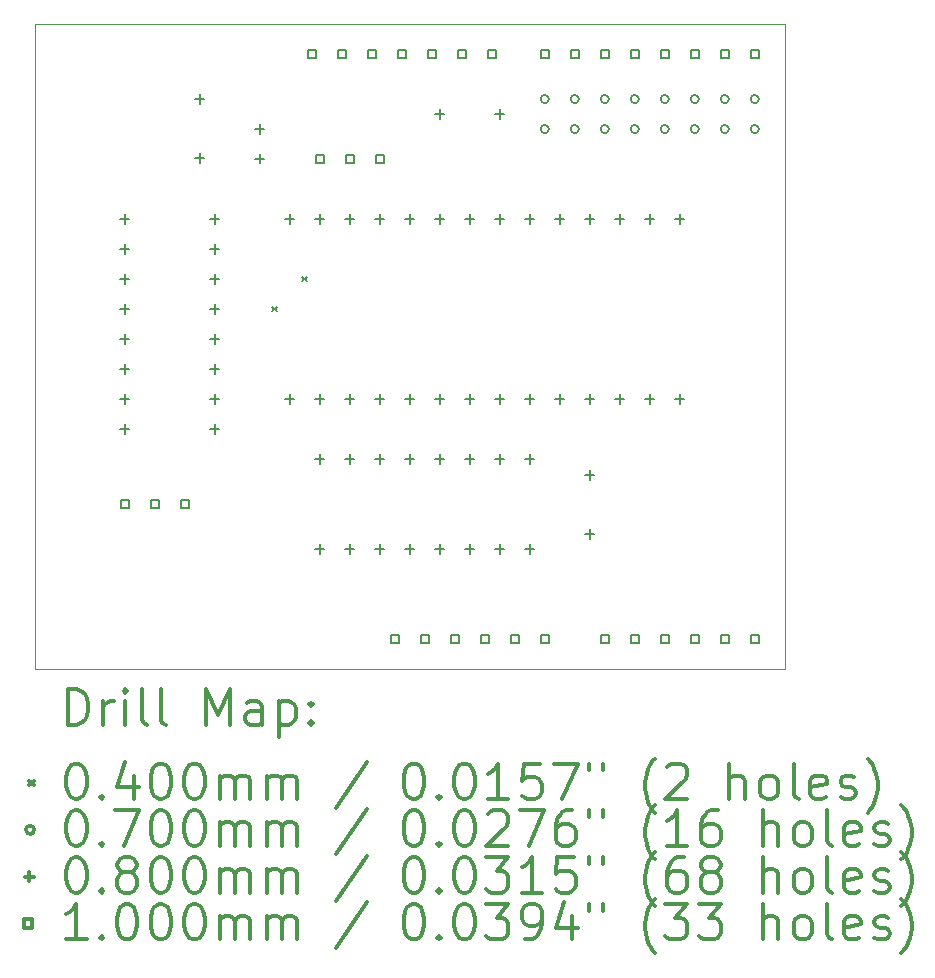
<source format=gbr>
%FSLAX45Y45*%
G04 Gerber Fmt 4.5, Leading zero omitted, Abs format (unit mm)*
G04 Created by KiCad (PCBNEW (5.1.12)-1) date 2022-05-08 19:16:57*
%MOMM*%
%LPD*%
G01*
G04 APERTURE LIST*
%TA.AperFunction,Profile*%
%ADD10C,0.100000*%
%TD*%
%ADD11C,0.200000*%
%ADD12C,0.300000*%
G04 APERTURE END LIST*
D10*
X14986000Y-6858000D02*
X14986000Y-12319000D01*
X8636000Y-6858000D02*
X14986000Y-6858000D01*
X8636000Y-12319000D02*
X8636000Y-6858000D01*
X14986000Y-12319000D02*
X8636000Y-12319000D01*
D11*
X10648000Y-9251000D02*
X10688000Y-9291000D01*
X10688000Y-9251000D02*
X10648000Y-9291000D01*
X10902000Y-8997000D02*
X10942000Y-9037000D01*
X10942000Y-8997000D02*
X10902000Y-9037000D01*
X12989000Y-7493000D02*
G75*
G03*
X12989000Y-7493000I-35000J0D01*
G01*
X12989000Y-7747000D02*
G75*
G03*
X12989000Y-7747000I-35000J0D01*
G01*
X13243000Y-7493000D02*
G75*
G03*
X13243000Y-7493000I-35000J0D01*
G01*
X13243000Y-7747000D02*
G75*
G03*
X13243000Y-7747000I-35000J0D01*
G01*
X13497000Y-7493000D02*
G75*
G03*
X13497000Y-7493000I-35000J0D01*
G01*
X13497000Y-7747000D02*
G75*
G03*
X13497000Y-7747000I-35000J0D01*
G01*
X13751000Y-7493000D02*
G75*
G03*
X13751000Y-7493000I-35000J0D01*
G01*
X13751000Y-7747000D02*
G75*
G03*
X13751000Y-7747000I-35000J0D01*
G01*
X14005000Y-7493000D02*
G75*
G03*
X14005000Y-7493000I-35000J0D01*
G01*
X14005000Y-7747000D02*
G75*
G03*
X14005000Y-7747000I-35000J0D01*
G01*
X14259000Y-7493000D02*
G75*
G03*
X14259000Y-7493000I-35000J0D01*
G01*
X14259000Y-7747000D02*
G75*
G03*
X14259000Y-7747000I-35000J0D01*
G01*
X14513000Y-7493000D02*
G75*
G03*
X14513000Y-7493000I-35000J0D01*
G01*
X14513000Y-7747000D02*
G75*
G03*
X14513000Y-7747000I-35000J0D01*
G01*
X14767000Y-7493000D02*
G75*
G03*
X14767000Y-7493000I-35000J0D01*
G01*
X14767000Y-7747000D02*
G75*
G03*
X14767000Y-7747000I-35000J0D01*
G01*
X9398000Y-8469000D02*
X9398000Y-8549000D01*
X9358000Y-8509000D02*
X9438000Y-8509000D01*
X9398000Y-8723000D02*
X9398000Y-8803000D01*
X9358000Y-8763000D02*
X9438000Y-8763000D01*
X9398000Y-8977000D02*
X9398000Y-9057000D01*
X9358000Y-9017000D02*
X9438000Y-9017000D01*
X9398000Y-9231000D02*
X9398000Y-9311000D01*
X9358000Y-9271000D02*
X9438000Y-9271000D01*
X9398000Y-9485000D02*
X9398000Y-9565000D01*
X9358000Y-9525000D02*
X9438000Y-9525000D01*
X9398000Y-9739000D02*
X9398000Y-9819000D01*
X9358000Y-9779000D02*
X9438000Y-9779000D01*
X9398000Y-9993000D02*
X9398000Y-10073000D01*
X9358000Y-10033000D02*
X9438000Y-10033000D01*
X9398000Y-10247000D02*
X9398000Y-10327000D01*
X9358000Y-10287000D02*
X9438000Y-10287000D01*
X10033000Y-7453000D02*
X10033000Y-7533000D01*
X9993000Y-7493000D02*
X10073000Y-7493000D01*
X10033000Y-7953000D02*
X10033000Y-8033000D01*
X9993000Y-7993000D02*
X10073000Y-7993000D01*
X10160000Y-8469000D02*
X10160000Y-8549000D01*
X10120000Y-8509000D02*
X10200000Y-8509000D01*
X10160000Y-8723000D02*
X10160000Y-8803000D01*
X10120000Y-8763000D02*
X10200000Y-8763000D01*
X10160000Y-8977000D02*
X10160000Y-9057000D01*
X10120000Y-9017000D02*
X10200000Y-9017000D01*
X10160000Y-9231000D02*
X10160000Y-9311000D01*
X10120000Y-9271000D02*
X10200000Y-9271000D01*
X10160000Y-9485000D02*
X10160000Y-9565000D01*
X10120000Y-9525000D02*
X10200000Y-9525000D01*
X10160000Y-9739000D02*
X10160000Y-9819000D01*
X10120000Y-9779000D02*
X10200000Y-9779000D01*
X10160000Y-9993000D02*
X10160000Y-10073000D01*
X10120000Y-10033000D02*
X10200000Y-10033000D01*
X10160000Y-10247000D02*
X10160000Y-10327000D01*
X10120000Y-10287000D02*
X10200000Y-10287000D01*
X10541000Y-7707000D02*
X10541000Y-7787000D01*
X10501000Y-7747000D02*
X10581000Y-7747000D01*
X10541000Y-7957000D02*
X10541000Y-8037000D01*
X10501000Y-7997000D02*
X10581000Y-7997000D01*
X10795000Y-8469000D02*
X10795000Y-8549000D01*
X10755000Y-8509000D02*
X10835000Y-8509000D01*
X10795000Y-9993000D02*
X10795000Y-10073000D01*
X10755000Y-10033000D02*
X10835000Y-10033000D01*
X11049000Y-8469000D02*
X11049000Y-8549000D01*
X11009000Y-8509000D02*
X11089000Y-8509000D01*
X11049000Y-9993000D02*
X11049000Y-10073000D01*
X11009000Y-10033000D02*
X11089000Y-10033000D01*
X11049000Y-10501000D02*
X11049000Y-10581000D01*
X11009000Y-10541000D02*
X11089000Y-10541000D01*
X11049000Y-11263000D02*
X11049000Y-11343000D01*
X11009000Y-11303000D02*
X11089000Y-11303000D01*
X11303000Y-8469000D02*
X11303000Y-8549000D01*
X11263000Y-8509000D02*
X11343000Y-8509000D01*
X11303000Y-9993000D02*
X11303000Y-10073000D01*
X11263000Y-10033000D02*
X11343000Y-10033000D01*
X11303000Y-10501000D02*
X11303000Y-10581000D01*
X11263000Y-10541000D02*
X11343000Y-10541000D01*
X11303000Y-11263000D02*
X11303000Y-11343000D01*
X11263000Y-11303000D02*
X11343000Y-11303000D01*
X11557000Y-8469000D02*
X11557000Y-8549000D01*
X11517000Y-8509000D02*
X11597000Y-8509000D01*
X11557000Y-9993000D02*
X11557000Y-10073000D01*
X11517000Y-10033000D02*
X11597000Y-10033000D01*
X11557000Y-10501000D02*
X11557000Y-10581000D01*
X11517000Y-10541000D02*
X11597000Y-10541000D01*
X11557000Y-11263000D02*
X11557000Y-11343000D01*
X11517000Y-11303000D02*
X11597000Y-11303000D01*
X11811000Y-8469000D02*
X11811000Y-8549000D01*
X11771000Y-8509000D02*
X11851000Y-8509000D01*
X11811000Y-9993000D02*
X11811000Y-10073000D01*
X11771000Y-10033000D02*
X11851000Y-10033000D01*
X11811000Y-10501000D02*
X11811000Y-10581000D01*
X11771000Y-10541000D02*
X11851000Y-10541000D01*
X11811000Y-11263000D02*
X11811000Y-11343000D01*
X11771000Y-11303000D02*
X11851000Y-11303000D01*
X12065000Y-7580000D02*
X12065000Y-7660000D01*
X12025000Y-7620000D02*
X12105000Y-7620000D01*
X12065000Y-8469000D02*
X12065000Y-8549000D01*
X12025000Y-8509000D02*
X12105000Y-8509000D01*
X12065000Y-9993000D02*
X12065000Y-10073000D01*
X12025000Y-10033000D02*
X12105000Y-10033000D01*
X12065000Y-10501000D02*
X12065000Y-10581000D01*
X12025000Y-10541000D02*
X12105000Y-10541000D01*
X12065000Y-11263000D02*
X12065000Y-11343000D01*
X12025000Y-11303000D02*
X12105000Y-11303000D01*
X12319000Y-8469000D02*
X12319000Y-8549000D01*
X12279000Y-8509000D02*
X12359000Y-8509000D01*
X12319000Y-9993000D02*
X12319000Y-10073000D01*
X12279000Y-10033000D02*
X12359000Y-10033000D01*
X12319000Y-10501000D02*
X12319000Y-10581000D01*
X12279000Y-10541000D02*
X12359000Y-10541000D01*
X12319000Y-11263000D02*
X12319000Y-11343000D01*
X12279000Y-11303000D02*
X12359000Y-11303000D01*
X12573000Y-7580000D02*
X12573000Y-7660000D01*
X12533000Y-7620000D02*
X12613000Y-7620000D01*
X12573000Y-8469000D02*
X12573000Y-8549000D01*
X12533000Y-8509000D02*
X12613000Y-8509000D01*
X12573000Y-9993000D02*
X12573000Y-10073000D01*
X12533000Y-10033000D02*
X12613000Y-10033000D01*
X12573000Y-10501000D02*
X12573000Y-10581000D01*
X12533000Y-10541000D02*
X12613000Y-10541000D01*
X12573000Y-11263000D02*
X12573000Y-11343000D01*
X12533000Y-11303000D02*
X12613000Y-11303000D01*
X12827000Y-8469000D02*
X12827000Y-8549000D01*
X12787000Y-8509000D02*
X12867000Y-8509000D01*
X12827000Y-9993000D02*
X12827000Y-10073000D01*
X12787000Y-10033000D02*
X12867000Y-10033000D01*
X12827000Y-10501000D02*
X12827000Y-10581000D01*
X12787000Y-10541000D02*
X12867000Y-10541000D01*
X12827000Y-11263000D02*
X12827000Y-11343000D01*
X12787000Y-11303000D02*
X12867000Y-11303000D01*
X13081000Y-8469000D02*
X13081000Y-8549000D01*
X13041000Y-8509000D02*
X13121000Y-8509000D01*
X13081000Y-9993000D02*
X13081000Y-10073000D01*
X13041000Y-10033000D02*
X13121000Y-10033000D01*
X13335000Y-8469000D02*
X13335000Y-8549000D01*
X13295000Y-8509000D02*
X13375000Y-8509000D01*
X13335000Y-9993000D02*
X13335000Y-10073000D01*
X13295000Y-10033000D02*
X13375000Y-10033000D01*
X13335000Y-10636000D02*
X13335000Y-10716000D01*
X13295000Y-10676000D02*
X13375000Y-10676000D01*
X13335000Y-11136000D02*
X13335000Y-11216000D01*
X13295000Y-11176000D02*
X13375000Y-11176000D01*
X13589000Y-8469000D02*
X13589000Y-8549000D01*
X13549000Y-8509000D02*
X13629000Y-8509000D01*
X13589000Y-9993000D02*
X13589000Y-10073000D01*
X13549000Y-10033000D02*
X13629000Y-10033000D01*
X13843000Y-8469000D02*
X13843000Y-8549000D01*
X13803000Y-8509000D02*
X13883000Y-8509000D01*
X13843000Y-9993000D02*
X13843000Y-10073000D01*
X13803000Y-10033000D02*
X13883000Y-10033000D01*
X14097000Y-8469000D02*
X14097000Y-8549000D01*
X14057000Y-8509000D02*
X14137000Y-8509000D01*
X14097000Y-9993000D02*
X14097000Y-10073000D01*
X14057000Y-10033000D02*
X14137000Y-10033000D01*
X9433356Y-10957356D02*
X9433356Y-10886644D01*
X9362644Y-10886644D01*
X9362644Y-10957356D01*
X9433356Y-10957356D01*
X9687356Y-10957356D02*
X9687356Y-10886644D01*
X9616644Y-10886644D01*
X9616644Y-10957356D01*
X9687356Y-10957356D01*
X9941356Y-10957356D02*
X9941356Y-10886644D01*
X9870644Y-10886644D01*
X9870644Y-10957356D01*
X9941356Y-10957356D01*
X11020856Y-7147356D02*
X11020856Y-7076644D01*
X10950144Y-7076644D01*
X10950144Y-7147356D01*
X11020856Y-7147356D01*
X11084356Y-8036356D02*
X11084356Y-7965644D01*
X11013644Y-7965644D01*
X11013644Y-8036356D01*
X11084356Y-8036356D01*
X11274856Y-7147356D02*
X11274856Y-7076644D01*
X11204144Y-7076644D01*
X11204144Y-7147356D01*
X11274856Y-7147356D01*
X11338356Y-8036356D02*
X11338356Y-7965644D01*
X11267644Y-7965644D01*
X11267644Y-8036356D01*
X11338356Y-8036356D01*
X11528856Y-7147356D02*
X11528856Y-7076644D01*
X11458144Y-7076644D01*
X11458144Y-7147356D01*
X11528856Y-7147356D01*
X11592356Y-8036356D02*
X11592356Y-7965644D01*
X11521644Y-7965644D01*
X11521644Y-8036356D01*
X11592356Y-8036356D01*
X11719356Y-12100356D02*
X11719356Y-12029644D01*
X11648644Y-12029644D01*
X11648644Y-12100356D01*
X11719356Y-12100356D01*
X11782856Y-7147356D02*
X11782856Y-7076644D01*
X11712144Y-7076644D01*
X11712144Y-7147356D01*
X11782856Y-7147356D01*
X11973356Y-12100356D02*
X11973356Y-12029644D01*
X11902644Y-12029644D01*
X11902644Y-12100356D01*
X11973356Y-12100356D01*
X12036856Y-7147356D02*
X12036856Y-7076644D01*
X11966144Y-7076644D01*
X11966144Y-7147356D01*
X12036856Y-7147356D01*
X12227356Y-12100356D02*
X12227356Y-12029644D01*
X12156644Y-12029644D01*
X12156644Y-12100356D01*
X12227356Y-12100356D01*
X12290856Y-7147356D02*
X12290856Y-7076644D01*
X12220144Y-7076644D01*
X12220144Y-7147356D01*
X12290856Y-7147356D01*
X12481356Y-12100356D02*
X12481356Y-12029644D01*
X12410644Y-12029644D01*
X12410644Y-12100356D01*
X12481356Y-12100356D01*
X12544856Y-7147356D02*
X12544856Y-7076644D01*
X12474144Y-7076644D01*
X12474144Y-7147356D01*
X12544856Y-7147356D01*
X12735356Y-12100356D02*
X12735356Y-12029644D01*
X12664644Y-12029644D01*
X12664644Y-12100356D01*
X12735356Y-12100356D01*
X12989356Y-7147356D02*
X12989356Y-7076644D01*
X12918644Y-7076644D01*
X12918644Y-7147356D01*
X12989356Y-7147356D01*
X12989356Y-12100356D02*
X12989356Y-12029644D01*
X12918644Y-12029644D01*
X12918644Y-12100356D01*
X12989356Y-12100356D01*
X13243356Y-7147356D02*
X13243356Y-7076644D01*
X13172644Y-7076644D01*
X13172644Y-7147356D01*
X13243356Y-7147356D01*
X13497356Y-7147356D02*
X13497356Y-7076644D01*
X13426644Y-7076644D01*
X13426644Y-7147356D01*
X13497356Y-7147356D01*
X13497356Y-12100356D02*
X13497356Y-12029644D01*
X13426644Y-12029644D01*
X13426644Y-12100356D01*
X13497356Y-12100356D01*
X13751356Y-7147356D02*
X13751356Y-7076644D01*
X13680644Y-7076644D01*
X13680644Y-7147356D01*
X13751356Y-7147356D01*
X13751356Y-12100356D02*
X13751356Y-12029644D01*
X13680644Y-12029644D01*
X13680644Y-12100356D01*
X13751356Y-12100356D01*
X14005356Y-7147356D02*
X14005356Y-7076644D01*
X13934644Y-7076644D01*
X13934644Y-7147356D01*
X14005356Y-7147356D01*
X14005356Y-12100356D02*
X14005356Y-12029644D01*
X13934644Y-12029644D01*
X13934644Y-12100356D01*
X14005356Y-12100356D01*
X14259356Y-7147356D02*
X14259356Y-7076644D01*
X14188644Y-7076644D01*
X14188644Y-7147356D01*
X14259356Y-7147356D01*
X14259356Y-12100356D02*
X14259356Y-12029644D01*
X14188644Y-12029644D01*
X14188644Y-12100356D01*
X14259356Y-12100356D01*
X14513356Y-7147356D02*
X14513356Y-7076644D01*
X14442644Y-7076644D01*
X14442644Y-7147356D01*
X14513356Y-7147356D01*
X14513356Y-12100356D02*
X14513356Y-12029644D01*
X14442644Y-12029644D01*
X14442644Y-12100356D01*
X14513356Y-12100356D01*
X14767356Y-7147356D02*
X14767356Y-7076644D01*
X14696644Y-7076644D01*
X14696644Y-7147356D01*
X14767356Y-7147356D01*
X14767356Y-12100356D02*
X14767356Y-12029644D01*
X14696644Y-12029644D01*
X14696644Y-12100356D01*
X14767356Y-12100356D01*
D12*
X8917428Y-12789714D02*
X8917428Y-12489714D01*
X8988857Y-12489714D01*
X9031714Y-12504000D01*
X9060286Y-12532571D01*
X9074571Y-12561143D01*
X9088857Y-12618286D01*
X9088857Y-12661143D01*
X9074571Y-12718286D01*
X9060286Y-12746857D01*
X9031714Y-12775429D01*
X8988857Y-12789714D01*
X8917428Y-12789714D01*
X9217428Y-12789714D02*
X9217428Y-12589714D01*
X9217428Y-12646857D02*
X9231714Y-12618286D01*
X9246000Y-12604000D01*
X9274571Y-12589714D01*
X9303143Y-12589714D01*
X9403143Y-12789714D02*
X9403143Y-12589714D01*
X9403143Y-12489714D02*
X9388857Y-12504000D01*
X9403143Y-12518286D01*
X9417428Y-12504000D01*
X9403143Y-12489714D01*
X9403143Y-12518286D01*
X9588857Y-12789714D02*
X9560286Y-12775429D01*
X9546000Y-12746857D01*
X9546000Y-12489714D01*
X9746000Y-12789714D02*
X9717428Y-12775429D01*
X9703143Y-12746857D01*
X9703143Y-12489714D01*
X10088857Y-12789714D02*
X10088857Y-12489714D01*
X10188857Y-12704000D01*
X10288857Y-12489714D01*
X10288857Y-12789714D01*
X10560286Y-12789714D02*
X10560286Y-12632571D01*
X10546000Y-12604000D01*
X10517428Y-12589714D01*
X10460286Y-12589714D01*
X10431714Y-12604000D01*
X10560286Y-12775429D02*
X10531714Y-12789714D01*
X10460286Y-12789714D01*
X10431714Y-12775429D01*
X10417428Y-12746857D01*
X10417428Y-12718286D01*
X10431714Y-12689714D01*
X10460286Y-12675429D01*
X10531714Y-12675429D01*
X10560286Y-12661143D01*
X10703143Y-12589714D02*
X10703143Y-12889714D01*
X10703143Y-12604000D02*
X10731714Y-12589714D01*
X10788857Y-12589714D01*
X10817428Y-12604000D01*
X10831714Y-12618286D01*
X10846000Y-12646857D01*
X10846000Y-12732571D01*
X10831714Y-12761143D01*
X10817428Y-12775429D01*
X10788857Y-12789714D01*
X10731714Y-12789714D01*
X10703143Y-12775429D01*
X10974571Y-12761143D02*
X10988857Y-12775429D01*
X10974571Y-12789714D01*
X10960286Y-12775429D01*
X10974571Y-12761143D01*
X10974571Y-12789714D01*
X10974571Y-12604000D02*
X10988857Y-12618286D01*
X10974571Y-12632571D01*
X10960286Y-12618286D01*
X10974571Y-12604000D01*
X10974571Y-12632571D01*
X8591000Y-13264000D02*
X8631000Y-13304000D01*
X8631000Y-13264000D02*
X8591000Y-13304000D01*
X8974571Y-13119714D02*
X9003143Y-13119714D01*
X9031714Y-13134000D01*
X9046000Y-13148286D01*
X9060286Y-13176857D01*
X9074571Y-13234000D01*
X9074571Y-13305429D01*
X9060286Y-13362571D01*
X9046000Y-13391143D01*
X9031714Y-13405429D01*
X9003143Y-13419714D01*
X8974571Y-13419714D01*
X8946000Y-13405429D01*
X8931714Y-13391143D01*
X8917428Y-13362571D01*
X8903143Y-13305429D01*
X8903143Y-13234000D01*
X8917428Y-13176857D01*
X8931714Y-13148286D01*
X8946000Y-13134000D01*
X8974571Y-13119714D01*
X9203143Y-13391143D02*
X9217428Y-13405429D01*
X9203143Y-13419714D01*
X9188857Y-13405429D01*
X9203143Y-13391143D01*
X9203143Y-13419714D01*
X9474571Y-13219714D02*
X9474571Y-13419714D01*
X9403143Y-13105429D02*
X9331714Y-13319714D01*
X9517428Y-13319714D01*
X9688857Y-13119714D02*
X9717428Y-13119714D01*
X9746000Y-13134000D01*
X9760286Y-13148286D01*
X9774571Y-13176857D01*
X9788857Y-13234000D01*
X9788857Y-13305429D01*
X9774571Y-13362571D01*
X9760286Y-13391143D01*
X9746000Y-13405429D01*
X9717428Y-13419714D01*
X9688857Y-13419714D01*
X9660286Y-13405429D01*
X9646000Y-13391143D01*
X9631714Y-13362571D01*
X9617428Y-13305429D01*
X9617428Y-13234000D01*
X9631714Y-13176857D01*
X9646000Y-13148286D01*
X9660286Y-13134000D01*
X9688857Y-13119714D01*
X9974571Y-13119714D02*
X10003143Y-13119714D01*
X10031714Y-13134000D01*
X10046000Y-13148286D01*
X10060286Y-13176857D01*
X10074571Y-13234000D01*
X10074571Y-13305429D01*
X10060286Y-13362571D01*
X10046000Y-13391143D01*
X10031714Y-13405429D01*
X10003143Y-13419714D01*
X9974571Y-13419714D01*
X9946000Y-13405429D01*
X9931714Y-13391143D01*
X9917428Y-13362571D01*
X9903143Y-13305429D01*
X9903143Y-13234000D01*
X9917428Y-13176857D01*
X9931714Y-13148286D01*
X9946000Y-13134000D01*
X9974571Y-13119714D01*
X10203143Y-13419714D02*
X10203143Y-13219714D01*
X10203143Y-13248286D02*
X10217428Y-13234000D01*
X10246000Y-13219714D01*
X10288857Y-13219714D01*
X10317428Y-13234000D01*
X10331714Y-13262571D01*
X10331714Y-13419714D01*
X10331714Y-13262571D02*
X10346000Y-13234000D01*
X10374571Y-13219714D01*
X10417428Y-13219714D01*
X10446000Y-13234000D01*
X10460286Y-13262571D01*
X10460286Y-13419714D01*
X10603143Y-13419714D02*
X10603143Y-13219714D01*
X10603143Y-13248286D02*
X10617428Y-13234000D01*
X10646000Y-13219714D01*
X10688857Y-13219714D01*
X10717428Y-13234000D01*
X10731714Y-13262571D01*
X10731714Y-13419714D01*
X10731714Y-13262571D02*
X10746000Y-13234000D01*
X10774571Y-13219714D01*
X10817428Y-13219714D01*
X10846000Y-13234000D01*
X10860286Y-13262571D01*
X10860286Y-13419714D01*
X11446000Y-13105429D02*
X11188857Y-13491143D01*
X11831714Y-13119714D02*
X11860286Y-13119714D01*
X11888857Y-13134000D01*
X11903143Y-13148286D01*
X11917428Y-13176857D01*
X11931714Y-13234000D01*
X11931714Y-13305429D01*
X11917428Y-13362571D01*
X11903143Y-13391143D01*
X11888857Y-13405429D01*
X11860286Y-13419714D01*
X11831714Y-13419714D01*
X11803143Y-13405429D01*
X11788857Y-13391143D01*
X11774571Y-13362571D01*
X11760286Y-13305429D01*
X11760286Y-13234000D01*
X11774571Y-13176857D01*
X11788857Y-13148286D01*
X11803143Y-13134000D01*
X11831714Y-13119714D01*
X12060286Y-13391143D02*
X12074571Y-13405429D01*
X12060286Y-13419714D01*
X12046000Y-13405429D01*
X12060286Y-13391143D01*
X12060286Y-13419714D01*
X12260286Y-13119714D02*
X12288857Y-13119714D01*
X12317428Y-13134000D01*
X12331714Y-13148286D01*
X12346000Y-13176857D01*
X12360286Y-13234000D01*
X12360286Y-13305429D01*
X12346000Y-13362571D01*
X12331714Y-13391143D01*
X12317428Y-13405429D01*
X12288857Y-13419714D01*
X12260286Y-13419714D01*
X12231714Y-13405429D01*
X12217428Y-13391143D01*
X12203143Y-13362571D01*
X12188857Y-13305429D01*
X12188857Y-13234000D01*
X12203143Y-13176857D01*
X12217428Y-13148286D01*
X12231714Y-13134000D01*
X12260286Y-13119714D01*
X12646000Y-13419714D02*
X12474571Y-13419714D01*
X12560286Y-13419714D02*
X12560286Y-13119714D01*
X12531714Y-13162571D01*
X12503143Y-13191143D01*
X12474571Y-13205429D01*
X12917428Y-13119714D02*
X12774571Y-13119714D01*
X12760286Y-13262571D01*
X12774571Y-13248286D01*
X12803143Y-13234000D01*
X12874571Y-13234000D01*
X12903143Y-13248286D01*
X12917428Y-13262571D01*
X12931714Y-13291143D01*
X12931714Y-13362571D01*
X12917428Y-13391143D01*
X12903143Y-13405429D01*
X12874571Y-13419714D01*
X12803143Y-13419714D01*
X12774571Y-13405429D01*
X12760286Y-13391143D01*
X13031714Y-13119714D02*
X13231714Y-13119714D01*
X13103143Y-13419714D01*
X13331714Y-13119714D02*
X13331714Y-13176857D01*
X13446000Y-13119714D02*
X13446000Y-13176857D01*
X13888857Y-13534000D02*
X13874571Y-13519714D01*
X13846000Y-13476857D01*
X13831714Y-13448286D01*
X13817428Y-13405429D01*
X13803143Y-13334000D01*
X13803143Y-13276857D01*
X13817428Y-13205429D01*
X13831714Y-13162571D01*
X13846000Y-13134000D01*
X13874571Y-13091143D01*
X13888857Y-13076857D01*
X13988857Y-13148286D02*
X14003143Y-13134000D01*
X14031714Y-13119714D01*
X14103143Y-13119714D01*
X14131714Y-13134000D01*
X14146000Y-13148286D01*
X14160286Y-13176857D01*
X14160286Y-13205429D01*
X14146000Y-13248286D01*
X13974571Y-13419714D01*
X14160286Y-13419714D01*
X14517428Y-13419714D02*
X14517428Y-13119714D01*
X14646000Y-13419714D02*
X14646000Y-13262571D01*
X14631714Y-13234000D01*
X14603143Y-13219714D01*
X14560286Y-13219714D01*
X14531714Y-13234000D01*
X14517428Y-13248286D01*
X14831714Y-13419714D02*
X14803143Y-13405429D01*
X14788857Y-13391143D01*
X14774571Y-13362571D01*
X14774571Y-13276857D01*
X14788857Y-13248286D01*
X14803143Y-13234000D01*
X14831714Y-13219714D01*
X14874571Y-13219714D01*
X14903143Y-13234000D01*
X14917428Y-13248286D01*
X14931714Y-13276857D01*
X14931714Y-13362571D01*
X14917428Y-13391143D01*
X14903143Y-13405429D01*
X14874571Y-13419714D01*
X14831714Y-13419714D01*
X15103143Y-13419714D02*
X15074571Y-13405429D01*
X15060286Y-13376857D01*
X15060286Y-13119714D01*
X15331714Y-13405429D02*
X15303143Y-13419714D01*
X15246000Y-13419714D01*
X15217428Y-13405429D01*
X15203143Y-13376857D01*
X15203143Y-13262571D01*
X15217428Y-13234000D01*
X15246000Y-13219714D01*
X15303143Y-13219714D01*
X15331714Y-13234000D01*
X15346000Y-13262571D01*
X15346000Y-13291143D01*
X15203143Y-13319714D01*
X15460286Y-13405429D02*
X15488857Y-13419714D01*
X15546000Y-13419714D01*
X15574571Y-13405429D01*
X15588857Y-13376857D01*
X15588857Y-13362571D01*
X15574571Y-13334000D01*
X15546000Y-13319714D01*
X15503143Y-13319714D01*
X15474571Y-13305429D01*
X15460286Y-13276857D01*
X15460286Y-13262571D01*
X15474571Y-13234000D01*
X15503143Y-13219714D01*
X15546000Y-13219714D01*
X15574571Y-13234000D01*
X15688857Y-13534000D02*
X15703143Y-13519714D01*
X15731714Y-13476857D01*
X15746000Y-13448286D01*
X15760286Y-13405429D01*
X15774571Y-13334000D01*
X15774571Y-13276857D01*
X15760286Y-13205429D01*
X15746000Y-13162571D01*
X15731714Y-13134000D01*
X15703143Y-13091143D01*
X15688857Y-13076857D01*
X8631000Y-13680000D02*
G75*
G03*
X8631000Y-13680000I-35000J0D01*
G01*
X8974571Y-13515714D02*
X9003143Y-13515714D01*
X9031714Y-13530000D01*
X9046000Y-13544286D01*
X9060286Y-13572857D01*
X9074571Y-13630000D01*
X9074571Y-13701429D01*
X9060286Y-13758571D01*
X9046000Y-13787143D01*
X9031714Y-13801429D01*
X9003143Y-13815714D01*
X8974571Y-13815714D01*
X8946000Y-13801429D01*
X8931714Y-13787143D01*
X8917428Y-13758571D01*
X8903143Y-13701429D01*
X8903143Y-13630000D01*
X8917428Y-13572857D01*
X8931714Y-13544286D01*
X8946000Y-13530000D01*
X8974571Y-13515714D01*
X9203143Y-13787143D02*
X9217428Y-13801429D01*
X9203143Y-13815714D01*
X9188857Y-13801429D01*
X9203143Y-13787143D01*
X9203143Y-13815714D01*
X9317428Y-13515714D02*
X9517428Y-13515714D01*
X9388857Y-13815714D01*
X9688857Y-13515714D02*
X9717428Y-13515714D01*
X9746000Y-13530000D01*
X9760286Y-13544286D01*
X9774571Y-13572857D01*
X9788857Y-13630000D01*
X9788857Y-13701429D01*
X9774571Y-13758571D01*
X9760286Y-13787143D01*
X9746000Y-13801429D01*
X9717428Y-13815714D01*
X9688857Y-13815714D01*
X9660286Y-13801429D01*
X9646000Y-13787143D01*
X9631714Y-13758571D01*
X9617428Y-13701429D01*
X9617428Y-13630000D01*
X9631714Y-13572857D01*
X9646000Y-13544286D01*
X9660286Y-13530000D01*
X9688857Y-13515714D01*
X9974571Y-13515714D02*
X10003143Y-13515714D01*
X10031714Y-13530000D01*
X10046000Y-13544286D01*
X10060286Y-13572857D01*
X10074571Y-13630000D01*
X10074571Y-13701429D01*
X10060286Y-13758571D01*
X10046000Y-13787143D01*
X10031714Y-13801429D01*
X10003143Y-13815714D01*
X9974571Y-13815714D01*
X9946000Y-13801429D01*
X9931714Y-13787143D01*
X9917428Y-13758571D01*
X9903143Y-13701429D01*
X9903143Y-13630000D01*
X9917428Y-13572857D01*
X9931714Y-13544286D01*
X9946000Y-13530000D01*
X9974571Y-13515714D01*
X10203143Y-13815714D02*
X10203143Y-13615714D01*
X10203143Y-13644286D02*
X10217428Y-13630000D01*
X10246000Y-13615714D01*
X10288857Y-13615714D01*
X10317428Y-13630000D01*
X10331714Y-13658571D01*
X10331714Y-13815714D01*
X10331714Y-13658571D02*
X10346000Y-13630000D01*
X10374571Y-13615714D01*
X10417428Y-13615714D01*
X10446000Y-13630000D01*
X10460286Y-13658571D01*
X10460286Y-13815714D01*
X10603143Y-13815714D02*
X10603143Y-13615714D01*
X10603143Y-13644286D02*
X10617428Y-13630000D01*
X10646000Y-13615714D01*
X10688857Y-13615714D01*
X10717428Y-13630000D01*
X10731714Y-13658571D01*
X10731714Y-13815714D01*
X10731714Y-13658571D02*
X10746000Y-13630000D01*
X10774571Y-13615714D01*
X10817428Y-13615714D01*
X10846000Y-13630000D01*
X10860286Y-13658571D01*
X10860286Y-13815714D01*
X11446000Y-13501429D02*
X11188857Y-13887143D01*
X11831714Y-13515714D02*
X11860286Y-13515714D01*
X11888857Y-13530000D01*
X11903143Y-13544286D01*
X11917428Y-13572857D01*
X11931714Y-13630000D01*
X11931714Y-13701429D01*
X11917428Y-13758571D01*
X11903143Y-13787143D01*
X11888857Y-13801429D01*
X11860286Y-13815714D01*
X11831714Y-13815714D01*
X11803143Y-13801429D01*
X11788857Y-13787143D01*
X11774571Y-13758571D01*
X11760286Y-13701429D01*
X11760286Y-13630000D01*
X11774571Y-13572857D01*
X11788857Y-13544286D01*
X11803143Y-13530000D01*
X11831714Y-13515714D01*
X12060286Y-13787143D02*
X12074571Y-13801429D01*
X12060286Y-13815714D01*
X12046000Y-13801429D01*
X12060286Y-13787143D01*
X12060286Y-13815714D01*
X12260286Y-13515714D02*
X12288857Y-13515714D01*
X12317428Y-13530000D01*
X12331714Y-13544286D01*
X12346000Y-13572857D01*
X12360286Y-13630000D01*
X12360286Y-13701429D01*
X12346000Y-13758571D01*
X12331714Y-13787143D01*
X12317428Y-13801429D01*
X12288857Y-13815714D01*
X12260286Y-13815714D01*
X12231714Y-13801429D01*
X12217428Y-13787143D01*
X12203143Y-13758571D01*
X12188857Y-13701429D01*
X12188857Y-13630000D01*
X12203143Y-13572857D01*
X12217428Y-13544286D01*
X12231714Y-13530000D01*
X12260286Y-13515714D01*
X12474571Y-13544286D02*
X12488857Y-13530000D01*
X12517428Y-13515714D01*
X12588857Y-13515714D01*
X12617428Y-13530000D01*
X12631714Y-13544286D01*
X12646000Y-13572857D01*
X12646000Y-13601429D01*
X12631714Y-13644286D01*
X12460286Y-13815714D01*
X12646000Y-13815714D01*
X12746000Y-13515714D02*
X12946000Y-13515714D01*
X12817428Y-13815714D01*
X13188857Y-13515714D02*
X13131714Y-13515714D01*
X13103143Y-13530000D01*
X13088857Y-13544286D01*
X13060286Y-13587143D01*
X13046000Y-13644286D01*
X13046000Y-13758571D01*
X13060286Y-13787143D01*
X13074571Y-13801429D01*
X13103143Y-13815714D01*
X13160286Y-13815714D01*
X13188857Y-13801429D01*
X13203143Y-13787143D01*
X13217428Y-13758571D01*
X13217428Y-13687143D01*
X13203143Y-13658571D01*
X13188857Y-13644286D01*
X13160286Y-13630000D01*
X13103143Y-13630000D01*
X13074571Y-13644286D01*
X13060286Y-13658571D01*
X13046000Y-13687143D01*
X13331714Y-13515714D02*
X13331714Y-13572857D01*
X13446000Y-13515714D02*
X13446000Y-13572857D01*
X13888857Y-13930000D02*
X13874571Y-13915714D01*
X13846000Y-13872857D01*
X13831714Y-13844286D01*
X13817428Y-13801429D01*
X13803143Y-13730000D01*
X13803143Y-13672857D01*
X13817428Y-13601429D01*
X13831714Y-13558571D01*
X13846000Y-13530000D01*
X13874571Y-13487143D01*
X13888857Y-13472857D01*
X14160286Y-13815714D02*
X13988857Y-13815714D01*
X14074571Y-13815714D02*
X14074571Y-13515714D01*
X14046000Y-13558571D01*
X14017428Y-13587143D01*
X13988857Y-13601429D01*
X14417428Y-13515714D02*
X14360286Y-13515714D01*
X14331714Y-13530000D01*
X14317428Y-13544286D01*
X14288857Y-13587143D01*
X14274571Y-13644286D01*
X14274571Y-13758571D01*
X14288857Y-13787143D01*
X14303143Y-13801429D01*
X14331714Y-13815714D01*
X14388857Y-13815714D01*
X14417428Y-13801429D01*
X14431714Y-13787143D01*
X14446000Y-13758571D01*
X14446000Y-13687143D01*
X14431714Y-13658571D01*
X14417428Y-13644286D01*
X14388857Y-13630000D01*
X14331714Y-13630000D01*
X14303143Y-13644286D01*
X14288857Y-13658571D01*
X14274571Y-13687143D01*
X14803143Y-13815714D02*
X14803143Y-13515714D01*
X14931714Y-13815714D02*
X14931714Y-13658571D01*
X14917428Y-13630000D01*
X14888857Y-13615714D01*
X14846000Y-13615714D01*
X14817428Y-13630000D01*
X14803143Y-13644286D01*
X15117428Y-13815714D02*
X15088857Y-13801429D01*
X15074571Y-13787143D01*
X15060286Y-13758571D01*
X15060286Y-13672857D01*
X15074571Y-13644286D01*
X15088857Y-13630000D01*
X15117428Y-13615714D01*
X15160286Y-13615714D01*
X15188857Y-13630000D01*
X15203143Y-13644286D01*
X15217428Y-13672857D01*
X15217428Y-13758571D01*
X15203143Y-13787143D01*
X15188857Y-13801429D01*
X15160286Y-13815714D01*
X15117428Y-13815714D01*
X15388857Y-13815714D02*
X15360286Y-13801429D01*
X15346000Y-13772857D01*
X15346000Y-13515714D01*
X15617428Y-13801429D02*
X15588857Y-13815714D01*
X15531714Y-13815714D01*
X15503143Y-13801429D01*
X15488857Y-13772857D01*
X15488857Y-13658571D01*
X15503143Y-13630000D01*
X15531714Y-13615714D01*
X15588857Y-13615714D01*
X15617428Y-13630000D01*
X15631714Y-13658571D01*
X15631714Y-13687143D01*
X15488857Y-13715714D01*
X15746000Y-13801429D02*
X15774571Y-13815714D01*
X15831714Y-13815714D01*
X15860286Y-13801429D01*
X15874571Y-13772857D01*
X15874571Y-13758571D01*
X15860286Y-13730000D01*
X15831714Y-13715714D01*
X15788857Y-13715714D01*
X15760286Y-13701429D01*
X15746000Y-13672857D01*
X15746000Y-13658571D01*
X15760286Y-13630000D01*
X15788857Y-13615714D01*
X15831714Y-13615714D01*
X15860286Y-13630000D01*
X15974571Y-13930000D02*
X15988857Y-13915714D01*
X16017428Y-13872857D01*
X16031714Y-13844286D01*
X16046000Y-13801429D01*
X16060286Y-13730000D01*
X16060286Y-13672857D01*
X16046000Y-13601429D01*
X16031714Y-13558571D01*
X16017428Y-13530000D01*
X15988857Y-13487143D01*
X15974571Y-13472857D01*
X8591000Y-14036000D02*
X8591000Y-14116000D01*
X8551000Y-14076000D02*
X8631000Y-14076000D01*
X8974571Y-13911714D02*
X9003143Y-13911714D01*
X9031714Y-13926000D01*
X9046000Y-13940286D01*
X9060286Y-13968857D01*
X9074571Y-14026000D01*
X9074571Y-14097429D01*
X9060286Y-14154571D01*
X9046000Y-14183143D01*
X9031714Y-14197429D01*
X9003143Y-14211714D01*
X8974571Y-14211714D01*
X8946000Y-14197429D01*
X8931714Y-14183143D01*
X8917428Y-14154571D01*
X8903143Y-14097429D01*
X8903143Y-14026000D01*
X8917428Y-13968857D01*
X8931714Y-13940286D01*
X8946000Y-13926000D01*
X8974571Y-13911714D01*
X9203143Y-14183143D02*
X9217428Y-14197429D01*
X9203143Y-14211714D01*
X9188857Y-14197429D01*
X9203143Y-14183143D01*
X9203143Y-14211714D01*
X9388857Y-14040286D02*
X9360286Y-14026000D01*
X9346000Y-14011714D01*
X9331714Y-13983143D01*
X9331714Y-13968857D01*
X9346000Y-13940286D01*
X9360286Y-13926000D01*
X9388857Y-13911714D01*
X9446000Y-13911714D01*
X9474571Y-13926000D01*
X9488857Y-13940286D01*
X9503143Y-13968857D01*
X9503143Y-13983143D01*
X9488857Y-14011714D01*
X9474571Y-14026000D01*
X9446000Y-14040286D01*
X9388857Y-14040286D01*
X9360286Y-14054571D01*
X9346000Y-14068857D01*
X9331714Y-14097429D01*
X9331714Y-14154571D01*
X9346000Y-14183143D01*
X9360286Y-14197429D01*
X9388857Y-14211714D01*
X9446000Y-14211714D01*
X9474571Y-14197429D01*
X9488857Y-14183143D01*
X9503143Y-14154571D01*
X9503143Y-14097429D01*
X9488857Y-14068857D01*
X9474571Y-14054571D01*
X9446000Y-14040286D01*
X9688857Y-13911714D02*
X9717428Y-13911714D01*
X9746000Y-13926000D01*
X9760286Y-13940286D01*
X9774571Y-13968857D01*
X9788857Y-14026000D01*
X9788857Y-14097429D01*
X9774571Y-14154571D01*
X9760286Y-14183143D01*
X9746000Y-14197429D01*
X9717428Y-14211714D01*
X9688857Y-14211714D01*
X9660286Y-14197429D01*
X9646000Y-14183143D01*
X9631714Y-14154571D01*
X9617428Y-14097429D01*
X9617428Y-14026000D01*
X9631714Y-13968857D01*
X9646000Y-13940286D01*
X9660286Y-13926000D01*
X9688857Y-13911714D01*
X9974571Y-13911714D02*
X10003143Y-13911714D01*
X10031714Y-13926000D01*
X10046000Y-13940286D01*
X10060286Y-13968857D01*
X10074571Y-14026000D01*
X10074571Y-14097429D01*
X10060286Y-14154571D01*
X10046000Y-14183143D01*
X10031714Y-14197429D01*
X10003143Y-14211714D01*
X9974571Y-14211714D01*
X9946000Y-14197429D01*
X9931714Y-14183143D01*
X9917428Y-14154571D01*
X9903143Y-14097429D01*
X9903143Y-14026000D01*
X9917428Y-13968857D01*
X9931714Y-13940286D01*
X9946000Y-13926000D01*
X9974571Y-13911714D01*
X10203143Y-14211714D02*
X10203143Y-14011714D01*
X10203143Y-14040286D02*
X10217428Y-14026000D01*
X10246000Y-14011714D01*
X10288857Y-14011714D01*
X10317428Y-14026000D01*
X10331714Y-14054571D01*
X10331714Y-14211714D01*
X10331714Y-14054571D02*
X10346000Y-14026000D01*
X10374571Y-14011714D01*
X10417428Y-14011714D01*
X10446000Y-14026000D01*
X10460286Y-14054571D01*
X10460286Y-14211714D01*
X10603143Y-14211714D02*
X10603143Y-14011714D01*
X10603143Y-14040286D02*
X10617428Y-14026000D01*
X10646000Y-14011714D01*
X10688857Y-14011714D01*
X10717428Y-14026000D01*
X10731714Y-14054571D01*
X10731714Y-14211714D01*
X10731714Y-14054571D02*
X10746000Y-14026000D01*
X10774571Y-14011714D01*
X10817428Y-14011714D01*
X10846000Y-14026000D01*
X10860286Y-14054571D01*
X10860286Y-14211714D01*
X11446000Y-13897429D02*
X11188857Y-14283143D01*
X11831714Y-13911714D02*
X11860286Y-13911714D01*
X11888857Y-13926000D01*
X11903143Y-13940286D01*
X11917428Y-13968857D01*
X11931714Y-14026000D01*
X11931714Y-14097429D01*
X11917428Y-14154571D01*
X11903143Y-14183143D01*
X11888857Y-14197429D01*
X11860286Y-14211714D01*
X11831714Y-14211714D01*
X11803143Y-14197429D01*
X11788857Y-14183143D01*
X11774571Y-14154571D01*
X11760286Y-14097429D01*
X11760286Y-14026000D01*
X11774571Y-13968857D01*
X11788857Y-13940286D01*
X11803143Y-13926000D01*
X11831714Y-13911714D01*
X12060286Y-14183143D02*
X12074571Y-14197429D01*
X12060286Y-14211714D01*
X12046000Y-14197429D01*
X12060286Y-14183143D01*
X12060286Y-14211714D01*
X12260286Y-13911714D02*
X12288857Y-13911714D01*
X12317428Y-13926000D01*
X12331714Y-13940286D01*
X12346000Y-13968857D01*
X12360286Y-14026000D01*
X12360286Y-14097429D01*
X12346000Y-14154571D01*
X12331714Y-14183143D01*
X12317428Y-14197429D01*
X12288857Y-14211714D01*
X12260286Y-14211714D01*
X12231714Y-14197429D01*
X12217428Y-14183143D01*
X12203143Y-14154571D01*
X12188857Y-14097429D01*
X12188857Y-14026000D01*
X12203143Y-13968857D01*
X12217428Y-13940286D01*
X12231714Y-13926000D01*
X12260286Y-13911714D01*
X12460286Y-13911714D02*
X12646000Y-13911714D01*
X12546000Y-14026000D01*
X12588857Y-14026000D01*
X12617428Y-14040286D01*
X12631714Y-14054571D01*
X12646000Y-14083143D01*
X12646000Y-14154571D01*
X12631714Y-14183143D01*
X12617428Y-14197429D01*
X12588857Y-14211714D01*
X12503143Y-14211714D01*
X12474571Y-14197429D01*
X12460286Y-14183143D01*
X12931714Y-14211714D02*
X12760286Y-14211714D01*
X12846000Y-14211714D02*
X12846000Y-13911714D01*
X12817428Y-13954571D01*
X12788857Y-13983143D01*
X12760286Y-13997429D01*
X13203143Y-13911714D02*
X13060286Y-13911714D01*
X13046000Y-14054571D01*
X13060286Y-14040286D01*
X13088857Y-14026000D01*
X13160286Y-14026000D01*
X13188857Y-14040286D01*
X13203143Y-14054571D01*
X13217428Y-14083143D01*
X13217428Y-14154571D01*
X13203143Y-14183143D01*
X13188857Y-14197429D01*
X13160286Y-14211714D01*
X13088857Y-14211714D01*
X13060286Y-14197429D01*
X13046000Y-14183143D01*
X13331714Y-13911714D02*
X13331714Y-13968857D01*
X13446000Y-13911714D02*
X13446000Y-13968857D01*
X13888857Y-14326000D02*
X13874571Y-14311714D01*
X13846000Y-14268857D01*
X13831714Y-14240286D01*
X13817428Y-14197429D01*
X13803143Y-14126000D01*
X13803143Y-14068857D01*
X13817428Y-13997429D01*
X13831714Y-13954571D01*
X13846000Y-13926000D01*
X13874571Y-13883143D01*
X13888857Y-13868857D01*
X14131714Y-13911714D02*
X14074571Y-13911714D01*
X14046000Y-13926000D01*
X14031714Y-13940286D01*
X14003143Y-13983143D01*
X13988857Y-14040286D01*
X13988857Y-14154571D01*
X14003143Y-14183143D01*
X14017428Y-14197429D01*
X14046000Y-14211714D01*
X14103143Y-14211714D01*
X14131714Y-14197429D01*
X14146000Y-14183143D01*
X14160286Y-14154571D01*
X14160286Y-14083143D01*
X14146000Y-14054571D01*
X14131714Y-14040286D01*
X14103143Y-14026000D01*
X14046000Y-14026000D01*
X14017428Y-14040286D01*
X14003143Y-14054571D01*
X13988857Y-14083143D01*
X14331714Y-14040286D02*
X14303143Y-14026000D01*
X14288857Y-14011714D01*
X14274571Y-13983143D01*
X14274571Y-13968857D01*
X14288857Y-13940286D01*
X14303143Y-13926000D01*
X14331714Y-13911714D01*
X14388857Y-13911714D01*
X14417428Y-13926000D01*
X14431714Y-13940286D01*
X14446000Y-13968857D01*
X14446000Y-13983143D01*
X14431714Y-14011714D01*
X14417428Y-14026000D01*
X14388857Y-14040286D01*
X14331714Y-14040286D01*
X14303143Y-14054571D01*
X14288857Y-14068857D01*
X14274571Y-14097429D01*
X14274571Y-14154571D01*
X14288857Y-14183143D01*
X14303143Y-14197429D01*
X14331714Y-14211714D01*
X14388857Y-14211714D01*
X14417428Y-14197429D01*
X14431714Y-14183143D01*
X14446000Y-14154571D01*
X14446000Y-14097429D01*
X14431714Y-14068857D01*
X14417428Y-14054571D01*
X14388857Y-14040286D01*
X14803143Y-14211714D02*
X14803143Y-13911714D01*
X14931714Y-14211714D02*
X14931714Y-14054571D01*
X14917428Y-14026000D01*
X14888857Y-14011714D01*
X14846000Y-14011714D01*
X14817428Y-14026000D01*
X14803143Y-14040286D01*
X15117428Y-14211714D02*
X15088857Y-14197429D01*
X15074571Y-14183143D01*
X15060286Y-14154571D01*
X15060286Y-14068857D01*
X15074571Y-14040286D01*
X15088857Y-14026000D01*
X15117428Y-14011714D01*
X15160286Y-14011714D01*
X15188857Y-14026000D01*
X15203143Y-14040286D01*
X15217428Y-14068857D01*
X15217428Y-14154571D01*
X15203143Y-14183143D01*
X15188857Y-14197429D01*
X15160286Y-14211714D01*
X15117428Y-14211714D01*
X15388857Y-14211714D02*
X15360286Y-14197429D01*
X15346000Y-14168857D01*
X15346000Y-13911714D01*
X15617428Y-14197429D02*
X15588857Y-14211714D01*
X15531714Y-14211714D01*
X15503143Y-14197429D01*
X15488857Y-14168857D01*
X15488857Y-14054571D01*
X15503143Y-14026000D01*
X15531714Y-14011714D01*
X15588857Y-14011714D01*
X15617428Y-14026000D01*
X15631714Y-14054571D01*
X15631714Y-14083143D01*
X15488857Y-14111714D01*
X15746000Y-14197429D02*
X15774571Y-14211714D01*
X15831714Y-14211714D01*
X15860286Y-14197429D01*
X15874571Y-14168857D01*
X15874571Y-14154571D01*
X15860286Y-14126000D01*
X15831714Y-14111714D01*
X15788857Y-14111714D01*
X15760286Y-14097429D01*
X15746000Y-14068857D01*
X15746000Y-14054571D01*
X15760286Y-14026000D01*
X15788857Y-14011714D01*
X15831714Y-14011714D01*
X15860286Y-14026000D01*
X15974571Y-14326000D02*
X15988857Y-14311714D01*
X16017428Y-14268857D01*
X16031714Y-14240286D01*
X16046000Y-14197429D01*
X16060286Y-14126000D01*
X16060286Y-14068857D01*
X16046000Y-13997429D01*
X16031714Y-13954571D01*
X16017428Y-13926000D01*
X15988857Y-13883143D01*
X15974571Y-13868857D01*
X8616356Y-14507356D02*
X8616356Y-14436644D01*
X8545644Y-14436644D01*
X8545644Y-14507356D01*
X8616356Y-14507356D01*
X9074571Y-14607714D02*
X8903143Y-14607714D01*
X8988857Y-14607714D02*
X8988857Y-14307714D01*
X8960286Y-14350571D01*
X8931714Y-14379143D01*
X8903143Y-14393429D01*
X9203143Y-14579143D02*
X9217428Y-14593429D01*
X9203143Y-14607714D01*
X9188857Y-14593429D01*
X9203143Y-14579143D01*
X9203143Y-14607714D01*
X9403143Y-14307714D02*
X9431714Y-14307714D01*
X9460286Y-14322000D01*
X9474571Y-14336286D01*
X9488857Y-14364857D01*
X9503143Y-14422000D01*
X9503143Y-14493429D01*
X9488857Y-14550571D01*
X9474571Y-14579143D01*
X9460286Y-14593429D01*
X9431714Y-14607714D01*
X9403143Y-14607714D01*
X9374571Y-14593429D01*
X9360286Y-14579143D01*
X9346000Y-14550571D01*
X9331714Y-14493429D01*
X9331714Y-14422000D01*
X9346000Y-14364857D01*
X9360286Y-14336286D01*
X9374571Y-14322000D01*
X9403143Y-14307714D01*
X9688857Y-14307714D02*
X9717428Y-14307714D01*
X9746000Y-14322000D01*
X9760286Y-14336286D01*
X9774571Y-14364857D01*
X9788857Y-14422000D01*
X9788857Y-14493429D01*
X9774571Y-14550571D01*
X9760286Y-14579143D01*
X9746000Y-14593429D01*
X9717428Y-14607714D01*
X9688857Y-14607714D01*
X9660286Y-14593429D01*
X9646000Y-14579143D01*
X9631714Y-14550571D01*
X9617428Y-14493429D01*
X9617428Y-14422000D01*
X9631714Y-14364857D01*
X9646000Y-14336286D01*
X9660286Y-14322000D01*
X9688857Y-14307714D01*
X9974571Y-14307714D02*
X10003143Y-14307714D01*
X10031714Y-14322000D01*
X10046000Y-14336286D01*
X10060286Y-14364857D01*
X10074571Y-14422000D01*
X10074571Y-14493429D01*
X10060286Y-14550571D01*
X10046000Y-14579143D01*
X10031714Y-14593429D01*
X10003143Y-14607714D01*
X9974571Y-14607714D01*
X9946000Y-14593429D01*
X9931714Y-14579143D01*
X9917428Y-14550571D01*
X9903143Y-14493429D01*
X9903143Y-14422000D01*
X9917428Y-14364857D01*
X9931714Y-14336286D01*
X9946000Y-14322000D01*
X9974571Y-14307714D01*
X10203143Y-14607714D02*
X10203143Y-14407714D01*
X10203143Y-14436286D02*
X10217428Y-14422000D01*
X10246000Y-14407714D01*
X10288857Y-14407714D01*
X10317428Y-14422000D01*
X10331714Y-14450571D01*
X10331714Y-14607714D01*
X10331714Y-14450571D02*
X10346000Y-14422000D01*
X10374571Y-14407714D01*
X10417428Y-14407714D01*
X10446000Y-14422000D01*
X10460286Y-14450571D01*
X10460286Y-14607714D01*
X10603143Y-14607714D02*
X10603143Y-14407714D01*
X10603143Y-14436286D02*
X10617428Y-14422000D01*
X10646000Y-14407714D01*
X10688857Y-14407714D01*
X10717428Y-14422000D01*
X10731714Y-14450571D01*
X10731714Y-14607714D01*
X10731714Y-14450571D02*
X10746000Y-14422000D01*
X10774571Y-14407714D01*
X10817428Y-14407714D01*
X10846000Y-14422000D01*
X10860286Y-14450571D01*
X10860286Y-14607714D01*
X11446000Y-14293429D02*
X11188857Y-14679143D01*
X11831714Y-14307714D02*
X11860286Y-14307714D01*
X11888857Y-14322000D01*
X11903143Y-14336286D01*
X11917428Y-14364857D01*
X11931714Y-14422000D01*
X11931714Y-14493429D01*
X11917428Y-14550571D01*
X11903143Y-14579143D01*
X11888857Y-14593429D01*
X11860286Y-14607714D01*
X11831714Y-14607714D01*
X11803143Y-14593429D01*
X11788857Y-14579143D01*
X11774571Y-14550571D01*
X11760286Y-14493429D01*
X11760286Y-14422000D01*
X11774571Y-14364857D01*
X11788857Y-14336286D01*
X11803143Y-14322000D01*
X11831714Y-14307714D01*
X12060286Y-14579143D02*
X12074571Y-14593429D01*
X12060286Y-14607714D01*
X12046000Y-14593429D01*
X12060286Y-14579143D01*
X12060286Y-14607714D01*
X12260286Y-14307714D02*
X12288857Y-14307714D01*
X12317428Y-14322000D01*
X12331714Y-14336286D01*
X12346000Y-14364857D01*
X12360286Y-14422000D01*
X12360286Y-14493429D01*
X12346000Y-14550571D01*
X12331714Y-14579143D01*
X12317428Y-14593429D01*
X12288857Y-14607714D01*
X12260286Y-14607714D01*
X12231714Y-14593429D01*
X12217428Y-14579143D01*
X12203143Y-14550571D01*
X12188857Y-14493429D01*
X12188857Y-14422000D01*
X12203143Y-14364857D01*
X12217428Y-14336286D01*
X12231714Y-14322000D01*
X12260286Y-14307714D01*
X12460286Y-14307714D02*
X12646000Y-14307714D01*
X12546000Y-14422000D01*
X12588857Y-14422000D01*
X12617428Y-14436286D01*
X12631714Y-14450571D01*
X12646000Y-14479143D01*
X12646000Y-14550571D01*
X12631714Y-14579143D01*
X12617428Y-14593429D01*
X12588857Y-14607714D01*
X12503143Y-14607714D01*
X12474571Y-14593429D01*
X12460286Y-14579143D01*
X12788857Y-14607714D02*
X12846000Y-14607714D01*
X12874571Y-14593429D01*
X12888857Y-14579143D01*
X12917428Y-14536286D01*
X12931714Y-14479143D01*
X12931714Y-14364857D01*
X12917428Y-14336286D01*
X12903143Y-14322000D01*
X12874571Y-14307714D01*
X12817428Y-14307714D01*
X12788857Y-14322000D01*
X12774571Y-14336286D01*
X12760286Y-14364857D01*
X12760286Y-14436286D01*
X12774571Y-14464857D01*
X12788857Y-14479143D01*
X12817428Y-14493429D01*
X12874571Y-14493429D01*
X12903143Y-14479143D01*
X12917428Y-14464857D01*
X12931714Y-14436286D01*
X13188857Y-14407714D02*
X13188857Y-14607714D01*
X13117428Y-14293429D02*
X13046000Y-14507714D01*
X13231714Y-14507714D01*
X13331714Y-14307714D02*
X13331714Y-14364857D01*
X13446000Y-14307714D02*
X13446000Y-14364857D01*
X13888857Y-14722000D02*
X13874571Y-14707714D01*
X13846000Y-14664857D01*
X13831714Y-14636286D01*
X13817428Y-14593429D01*
X13803143Y-14522000D01*
X13803143Y-14464857D01*
X13817428Y-14393429D01*
X13831714Y-14350571D01*
X13846000Y-14322000D01*
X13874571Y-14279143D01*
X13888857Y-14264857D01*
X13974571Y-14307714D02*
X14160286Y-14307714D01*
X14060286Y-14422000D01*
X14103143Y-14422000D01*
X14131714Y-14436286D01*
X14146000Y-14450571D01*
X14160286Y-14479143D01*
X14160286Y-14550571D01*
X14146000Y-14579143D01*
X14131714Y-14593429D01*
X14103143Y-14607714D01*
X14017428Y-14607714D01*
X13988857Y-14593429D01*
X13974571Y-14579143D01*
X14260286Y-14307714D02*
X14446000Y-14307714D01*
X14346000Y-14422000D01*
X14388857Y-14422000D01*
X14417428Y-14436286D01*
X14431714Y-14450571D01*
X14446000Y-14479143D01*
X14446000Y-14550571D01*
X14431714Y-14579143D01*
X14417428Y-14593429D01*
X14388857Y-14607714D01*
X14303143Y-14607714D01*
X14274571Y-14593429D01*
X14260286Y-14579143D01*
X14803143Y-14607714D02*
X14803143Y-14307714D01*
X14931714Y-14607714D02*
X14931714Y-14450571D01*
X14917428Y-14422000D01*
X14888857Y-14407714D01*
X14846000Y-14407714D01*
X14817428Y-14422000D01*
X14803143Y-14436286D01*
X15117428Y-14607714D02*
X15088857Y-14593429D01*
X15074571Y-14579143D01*
X15060286Y-14550571D01*
X15060286Y-14464857D01*
X15074571Y-14436286D01*
X15088857Y-14422000D01*
X15117428Y-14407714D01*
X15160286Y-14407714D01*
X15188857Y-14422000D01*
X15203143Y-14436286D01*
X15217428Y-14464857D01*
X15217428Y-14550571D01*
X15203143Y-14579143D01*
X15188857Y-14593429D01*
X15160286Y-14607714D01*
X15117428Y-14607714D01*
X15388857Y-14607714D02*
X15360286Y-14593429D01*
X15346000Y-14564857D01*
X15346000Y-14307714D01*
X15617428Y-14593429D02*
X15588857Y-14607714D01*
X15531714Y-14607714D01*
X15503143Y-14593429D01*
X15488857Y-14564857D01*
X15488857Y-14450571D01*
X15503143Y-14422000D01*
X15531714Y-14407714D01*
X15588857Y-14407714D01*
X15617428Y-14422000D01*
X15631714Y-14450571D01*
X15631714Y-14479143D01*
X15488857Y-14507714D01*
X15746000Y-14593429D02*
X15774571Y-14607714D01*
X15831714Y-14607714D01*
X15860286Y-14593429D01*
X15874571Y-14564857D01*
X15874571Y-14550571D01*
X15860286Y-14522000D01*
X15831714Y-14507714D01*
X15788857Y-14507714D01*
X15760286Y-14493429D01*
X15746000Y-14464857D01*
X15746000Y-14450571D01*
X15760286Y-14422000D01*
X15788857Y-14407714D01*
X15831714Y-14407714D01*
X15860286Y-14422000D01*
X15974571Y-14722000D02*
X15988857Y-14707714D01*
X16017428Y-14664857D01*
X16031714Y-14636286D01*
X16046000Y-14593429D01*
X16060286Y-14522000D01*
X16060286Y-14464857D01*
X16046000Y-14393429D01*
X16031714Y-14350571D01*
X16017428Y-14322000D01*
X15988857Y-14279143D01*
X15974571Y-14264857D01*
M02*

</source>
